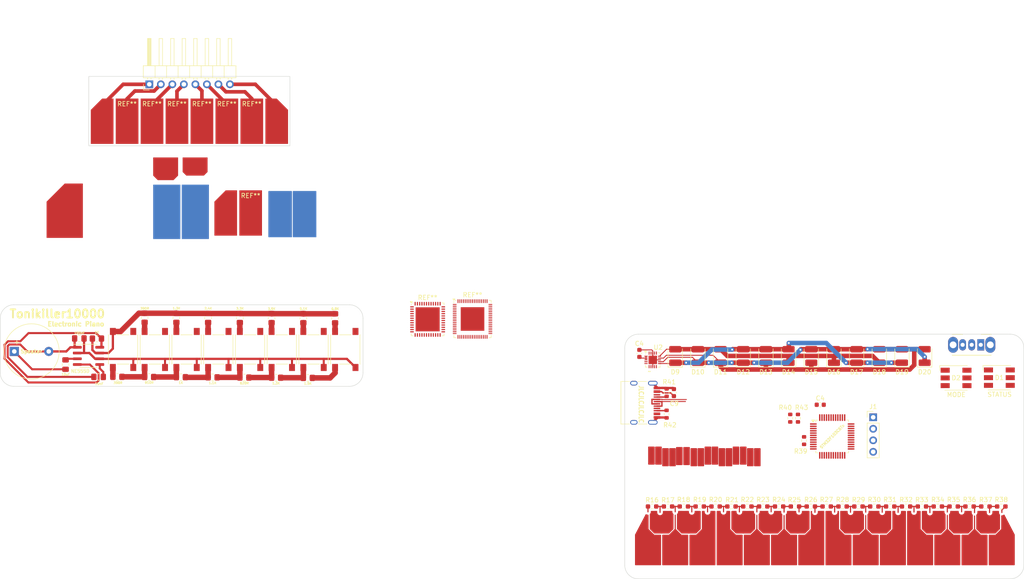
<source format=kicad_pcb>
(kicad_pcb (version 20240108) (generator "pcbnew") (generator_version "8.0")
  (layers (0 "F.Cu" signal) (31 "B.Cu" signal) (34 "B.Paste" user) (35 "F.Paste" user) (36 "B.SilkS" user "B.Silkscreen") (37 "F.SilkS" user "F.Silkscreen") (38 "B.Mask" user) (39 "F.Mask" user) (44 "Edge.Cuts" user))
  (net 0 "")
  (net 1 "Net-(U1-DIS)")
  (net 2 "Earth")
  (net 3 "Net-(U1-THR)")
  (net 4 "Net-(U1-Q)")
  (net 5 "VCC")
  (net 6 "Net-(U1-CV)")
  (net 7 "Net-(R2-Pad1)")
  (net 8 "Net-(R4-Pad1)")
  (net 9 "Net-(R6-Pad1)")
  (net 10 "Net-(R10-Pad2)")
  (net 11 "Net-(R10-Pad1)")
  (net 12 "Net-(R12-Pad1)")
  (net 13 "Net-(R14-Pad1)")
  (net 14 "Net-(C3-Pad2)")
  (net 15 "Net-(R16-Pad1)")
  (net 16 "+5V")
  (net 17 "Net-(R18-Pad1)")
  (net 18 "Net-(R20-Pad1)")
  (net 19 "Net-(R22-Pad1)")
  (net 20 "Net-(R24-Pad1)")
  (net 21 "Net-(R26-Pad1)")
  (net 22 "Net-(R28-Pad1)")
  (net 23 "Net-(R30-Pad1)")
  (net 24 "Net-(R32-Pad1)")
  (net 25 "Net-(R19-Pad1)")
  (net 26 "Net-(R23-Pad1)")
  (net 27 "Net-(R27-Pad1)")
  (net 28 "Net-(R31-Pad1)")
  (net 29 "Net-(R34-Pad1)")
  (net 30 "Net-(R35-Pad1)")
  (net 31 "Net-(R36-Pad1)")
  (net 32 "VBUS")
  (net 33 "GND")
  (net 34 "Net-(U3-NRST)")
  (net 35 "+3.3V")
  (net 36 "Net-(J3-CC1)")
  (net 37 "Net-(J3-CC2)")
  (net 44 "USB_D+")
  (net 58 "USB_D-")
  (net 61 "SWCLK")
  (net 63 "Net-(SW9-B)")
  (net 67 "SWDIO")
  (net 75 "NOTE")
  (net 76 "Net-(D1-BA)")
  (net 77 "Net-(D1-RK)")
  (net 78 "Net-(D1-GK)")
  (net 79 "Net-(D1-BK)")
  (net 80 "LED4A")
  (net 81 "LEDA1")
  (net 82 "LEDA2")
  (net 83 "LED3A")
  (net 84 "Net-(R17-Pad2)")
  (net 85 "Net-(R21-Pad2)")
  (net 86 "Net-(R25-Pad2)")
  (net 87 "Net-(R29-Pad2)")
  (net 88 "Net-(R33-Pad2)")
  (net 89 "Net-(R37-Pad2)")
  (net 94 "SCL")
  (net 95 "SDA")
  (footprint "Connector_PinHeader_2.54mm:PinHeader_1x08_P2.54mm_Horizontal" (layer "F.Cu") (at 45.9 29.1 90)
    (property "Reference" "REF**" (hide yes))
    (property "Value" "PinHeader_1x08_P2.54mm_Horizontal")
  )
  (footprint "Resistor_SMD:R_0603_1608Metric_Pad0.98x0.95mm_HandSolder" (layer "F.Cu") (at 181.275 122.275 180)
    (property "Reference" "R23")
    (property "Value" "R")
  )
  (footprint "Resistor_SMD:R_0805_2012Metric_Pad1.20x1.40mm_HandSolder" (layer "F.Cu") (at 65.86625 80.6875 90)
    (property "Reference" "R9" (hide yes))
    (property "Value" "3.3K")
  )
  (footprint "Resistor_SMD:R_0603_1608Metric_Pad0.98x0.95mm_HandSolder" (layer "F.Cu") (at 226.775 122.275 180)
    (property "Reference" "R36")
    (property "Value" "R")
  )
  (footprint "Capacitor_SMD:C_0805_2012Metric_Pad1.18x1.45mm_HandSolder" (layer "F.Cu") (at 27.43125 90.9625 -90)
    (property "Reference" "C3" (hide yes))
    (property "Value" "10uF")
  )
  (footprint "Resistor_SMD:R_0805_2012Metric_Pad1.20x1.40mm_HandSolder" (layer "F.Cu") (at 34.35125 85.2125 180)
    (property "Reference" "R1" (hide yes))
    (property "Value" "1K")
  )
  (footprint "Connector_Wire:SolderWirePad_1x01_SMD_5x10mm" (layer "F.Cu") (at 68.5 37.25)
    (property "Reference" "REF**")
    (property "Value" "SolderWirePad_1x01_SMD_5x10mm")
  )
  (footprint "Resistor_SMD:R_0805_2012Metric_Pad1.20x1.40mm_HandSolder" (layer "F.Cu") (at 72.86625 80.7075 90)
    (property "Reference" "R11" (hide yes))
    (property "Value" "3.9K")
  )
  (footprint "Button_Switch_SMD:SW_Push_1P1T_NO_6x6mm_H9.5mm" (layer "F.Cu") (at 47.11625 87.6225 90)
    (property "Reference" "SW2" (hide yes))
    (property "Value" "SW_Push" (hide yes))
  )
  (footprint "LED_SMD:LED_1210_3225Metric_Pad1.42x2.65mm_HandSolder" (layer "F.Cu") (at 201.875 89.0625 90)
    (property "Reference" "D17")
    (property "Value" "D")
  )
  (footprint "Resistor_SMD:R_0603_1608Metric_Pad0.98x0.95mm_HandSolder" (layer "F.Cu") (at 202.275 122.275)
    (property "Reference" "R29")
    (property "Value" "R")
  )
  (footprint "Resistor_SMD:R_0603_1608Metric_Pad0.98x0.95mm_HandSolder" (layer "F.Cu") (at 184.775 122.275 180)
    (property "Reference" "R24")
    (property "Value" "R")
  )
  (footprint "Capacitor_SMD:C_0603_1608Metric" (layer "F.Cu") (at 153.97033 88.490609 90)
    (property "Reference" "C4")
    (property "Value" "10uF")
  )
  (footprint "LED_SMD:LED_1210_3225Metric_Pad1.42x2.65mm_HandSolder" (layer "F.Cu") (at 206.875 89.0625 90)
    (property "Reference" "D18")
    (property "Value" "D")
  )
  (footprint "" (layer "F.Cu") (at 49.5 47.75 180)
    (property "Reference" "")
    (property "Value" "")
  )
  (footprint "Button_Switch_SMD:SW_Push_1P1T_NO_6x6mm_H9.5mm" (layer "F.Cu") (at 68.11625 87.6225 90)
    (property "Reference" "SW5" (hide yes))
    (property "Value" "SW_Push" (hide yes))
  )
  (footprint "Resistor_SMD:R_0805_2012Metric_Pad1.20x1.40mm_HandSolder" (layer "F.Cu") (at 59.86625 93.7775 180)
    (property "Reference" "R8" (hide yes))
    (property "Value" "1.1K")
  )
  (footprint "Button_Switch_SMD:SW_Push_1P1T_NO_6x6mm_H9.5mm" (layer "F.Cu") (at 82.11625 87.6225 90)
    (property "Reference" "SW7" (hide yes))
    (property "Value" "SW_Push" (hide yes))
  )
  (footprint "" (layer "F.Cu") (at 56 47.25 180)
    (property "Reference" "")
    (property "Value" "")
  )
  (footprint "Connector_Wire:SolderWirePad_1x01_SMD_5x10mm" (layer "F.Cu") (at 57.5 37.25)
    (property "Reference" "REF**")
    (property "Value" "SolderWirePad_1x01_SMD_5x10mm")
  )
  (footprint "Package_DFN_QFN:QFN-48-1EP_7x7mm_P0.5mm_EP5.3x5.3mm" (layer "F.Cu") (at 107.275 80.975)
    (property "Reference" "REF**")
    (property "Value" "QFN-48-1EP_7x7mm_P0.5mm_EP5.3x5.3mm")
  )
  (footprint "LED_SMD:LED_RGB_5050-6" (layer "F.Cu") (at 233.35 93.85)
    (property "Reference" "D1")
    (property "Value" "STATUS")
  )
  (footprint "Resistor_SMD:R_0603_1608Metric" (layer "F.Cu") (at 190.2875 107.7375 -90)
    (property "Reference" "R39")
    (property "Value" "10K")
  )
  (footprint "Capacitor_SMD:C_0603_1608Metric" (layer "F.Cu") (at 193.85 99.825)
    (property "Reference" "C4")
    (property "Value" "10uF")
  )
  (footprint "Button_Switch_THT:SW_CuK_OS102011MA1QN1_SPDT_Angled" (layer "F.Cu") (at 229.25 86.6 180)
    (property "Reference" "SW1" (hide yes))
    (property "Value" "SW_Push" (hide yes))
  )
  (footprint "Resistor_SMD:R_0603_1608Metric_Pad0.98x0.95mm_HandSolder" (layer "F.Cu") (at 177.775 122.275 180)
    (property "Reference" "R22")
    (property "Value" "R")
  )
  (footprint "LED_SMD:LED_1210_3225Metric_Pad1.42x2.65mm_HandSolder" (layer "F.Cu") (at 181.875 89.0625 90)
    (property "Reference" "D13")
    (property "Value" "D")
  )
  (footprint "LED_SMD:LED_1210_3225Metric_Pad1.42x2.65mm_HandSolder" (layer "F.Cu") (at 176.875 89.0625 90)
    (property "Reference" "D12")
    (property "Value" "D")
  )
  (footprint "Connector_Wire:SolderWirePad_1x01_SMD_5x10mm" (layer "F.Cu") (at 41 37.25)
    (property "Reference" "REF**")
    (property "Value" "SolderWirePad_1x01_SMD_5x10mm")
  )
  (footprint "Resistor_SMD:R_0603_1608Metric_Pad0.98x0.95mm_HandSolder" (layer "F.Cu") (at 219.775 122.275 180)
    (property "Reference" "R34")
    (property "Value" "R")
  )
  (footprint "Buzzer_Beeper:Buzzer_12x9.5RM7.6" (layer "F.Cu") (at 16.12625 88.0575)
    (property "Reference" "LS1" (hide yes))
    (property "Value" "Speaker")
  )
  (footprint "Resistor_SMD:R_0805_2012Metric_Pad1.20x1.40mm_HandSolder" (layer "F.Cu") (at 86.86625 80.7475 90)
    (property "Reference" "R15" (hide yes))
    (property "Value" "6.8K")
  )
  (footprint "Button_Switch_SMD:SW_Push_1P1T_NO_6x6mm_H9.5mm" (layer "F.Cu") (at 75.11625 87.6225 90)
    (property "Reference" "SW6" (hide yes))
    (property "Value" "SW_Push" (hide yes))
  )
  (footprint "Resistor_SMD:R_0805_2012Metric_Pad1.20x1.40mm_HandSolder" (layer "F.Cu") (at 80.86625 93.8975 180)
    (property "Reference" "R14" (hide yes))
    (property "Value" "1.5K")
  )
  (footprint "Resistor_SMD:R_0603_1608Metric_Pad0.98x0.95mm_HandSolder" (layer "F.Cu") (at 170.775 122.275 180)
    (property "Reference" "R20")
    (property "Value" "R")
  )
  (footprint "Resistor_SMD:R_0603_1608Metric_Pad0.98x0.95mm_HandSolder" (layer "F.Cu") (at 160.275 122.275)
    (property "Reference" "R17")
    (property "Value" "R")
  )
  (footprint "Resistor_SMD:R_0603_1608Metric_Pad0.98x0.95mm_HandSolder" (layer "F.Cu") (at 174.275 122.275)
    (property "Reference" "R21")
    (property "Value" "R")
  )
  (footprint "Resistor_SMD:R_0805_2012Metric_Pad1.20x1.40mm_HandSolder" (layer "F.Cu") (at 79.86625 80.7275 90)
    (property "Reference" "R13" (hide yes))
    (property "Value" "5.1K")
  )
  (footprint "Capacitor_SMD:C_0603_1608Metric" (layer "F.Cu") (at 161.58 97.14 90)
    (property "Reference" "C9")
    (property "Value" "10uF")
  )
  (footprint "Resistor_SMD:R_0805_2012Metric_Pad1.20x1.40mm_HandSolder" (layer "F.Cu") (at 58.86625 80.6675 90)
    (property "Reference" "R7" (hide yes))
    (property "Value" "2.4K")
  )
  (footprint "Resistor_SMD:R_0603_1608Metric" (layer "F.Cu") (at 188.9375 102.7875 90)
    (property "Reference" "R43")
    (property "Value" "10K")
  )
  (footprint "Resistor_SMD:R_0603_1608Metric_Pad0.98x0.95mm_HandSolder" (layer "F.Cu") (at 233.775 122.275 180)
    (property "Reference" "R38")
    (property "Value" "R")
  )
  (footprint "Resistor_SMD:R_0603_1608Metric_Pad0.98x0.95mm_HandSolder" (layer "F.Cu") (at 205.775 122.275 180)
    (property "Reference" "R30")
    (property "Value" "R")
  )
  (footprint "Resistor_SMD:R_0805_2012Metric_Pad1.20x1.40mm_HandSolder" (layer "F.Cu") (at 66.86625 93.8175 180)
    (property "Reference" "R10" (hide yes))
    (property "Value" "620R")
  )
  (footprint "LED_SMD:LED_1210_3225Metric_Pad1.42x2.65mm_HandSolder" (layer "F.Cu") (at 161.875 89.0625 90)
    (property "Reference" "D9")
    (property "Value" "D")
  )
  (footprint "Resistor_SMD:R_0805_2012Metric_Pad1.20x1.40mm_HandSolder" (layer "F.Cu") (at 44.86625 80.6275 90)
    (property "Reference" "R3" (hide yes))
    (property "Value" "390R")
  )
  (footprint "Resistor_SMD:R_0603_1608Metric_Pad0.98x0.95mm_HandSolder" (layer "F.Cu") (at 212.775 122.275 180)
    (property "Reference" "R32")
    (property "Value" "R")
  )
  (footprint "Resistor_SMD:R_0603_1608Metric" (layer "F.Cu") (at 187.2375 102.7875 90)
    (property "Reference" "R40")
    (property "Value" "10K")
  )
  (footprint "Resistor_SMD:R_0805_2012Metric_Pad1.20x1.40mm_HandSolder" (layer "F.Cu") (at 45.86625 93.6975 180)
    (property "Reference" "R4" (hide yes))
    (property "Value" "910R")
  )
  (footprint "Button_Switch_SMD:SW_Push_1P1T_NO_6x6mm_H9.5mm" (layer "F.Cu") (at 89.11625 87.6225 90)
    (property "Reference" "SW8" (hide yes))
    (property "Value" "SW_Push" (hide yes))
  )
  (footprint "LED_SMD:LED_1210_3225Metric_Pad1.42x2.65mm_HandSolder" (layer "F.Cu") (at 211.875 89.0625 90)
    (property "Reference" "D19")
    (property "Value" "D")
  )
  (footprint "LED_SMD:LED_1210_3225Metric_Pad1.42x2.65mm_HandSolder" (layer "F.Cu") (at 166.875 89.0625 90)
    (property "Reference" "D10")
    (property "Value" "D")
  )
  (footprint "Resistor_SMD:R_0603_1608Metric" (layer "F.Cu") (at 159.97 101.89 -90)
    (property "Reference" "R42")
    (property "Value" "5K1")
  )
  (footprint "LED_SMD:LED_1210_3225Metric_Pad1.42x2.65mm_HandSolder" (layer "F.Cu") (at 171.875 89.0625 90)
    (property "Reference" "D11")
    (property "Value" "D")
  )
  (footprint "" (layer "F.Cu") (at 35.5 37.25)
    (property "Reference" "")
    (property "Value" "")
  )
  (footprint "Resistor_SMD:R_0603_1608Metric_Pad0.98x0.95mm_HandSolder" (layer "F.Cu") (at 223.275 122.275 180)
    (property "Reference" "R35")
    (property "Value" "R")
  )
  (footprint "Connector_PinHeader_2.54mm:PinHeader_1x04_P2.54mm_Vertical" (layer "F.Cu") (at 205.525 102.595)
    (property "Reference" "J1")
    (property "Value" "STLINK")
  )
  (footprint "LED_SMD:LED_1210_3225Metric_Pad1.42x2.65mm_HandSolder" (layer "F.Cu") (at 191.875 89.0625 90)
    (property "Reference" "D15")
    (property "Value" "D")
  )
  (footprint "Resistor_SMD:R_0603_1608Metric_Pad0.98x0.95mm_HandSolder" (layer "F.Cu") (at 209.275 122.275 180)
    (property "Reference" "R31")
    (property "Value" "R")
  )
  (footprint "Capacitor_SMD:C_0805_2012Metric_Pad1.18x1.45mm_HandSolder" (layer "F.Cu") (at 34.71625 93.6775)
    (property "Reference" "C1" (hide yes))
    (property "Value" "10nF")
  )
  (footprint "Connector_Wire:SolderWirePad_1x01_SMD_5x10mm" (layer "F.Cu") (at 62.75 57.5)
    (property "Reference" "REF**" (hide yes))
    (property "Value" "SolderWirePad_1x01_SMD_5x10mm")
  )
  (footprint "LED_SMD:LED_RGB_5050-6" (layer "F.Cu") (at 223.8 93.9)
    (property "Reference" "D2")
    (property "Value" "MODE")
  )
  (footprint "Connector_USB:USB_C_Receptacle_HRO_TYPE-C-31-M-12" (layer "F.Cu") (at 153.8 99.38 -90)
    (property "Reference" "J2" (hide yes))
    (property "Value" "USB_C_USB2.0")
  )
  (footprint "Resistor_SMD:R_0603_1608Metric_Pad0.98x0.95mm_HandSolder" (layer "F.Cu") (at 195.275 122.275 180)
    (property "Reference" "R27")
    (property "Value" "R")
  )
  (footprint "Capacitor_SMD:C_0805_2012Metric_Pad1.18x1.45mm_HandSolder" (layer "F.Cu") (at 30.47125 85.1925 180)
    (property "Reference" "C2" (hide yes))
    (property "Value" "100nF")
  )
  (footprint "Resistor_SMD:R_0805_2012Metric_Pad1.20x1.40mm_HandSolder" (layer "F.Cu") (at 52.86625 93.7375 180)
    (property "Reference" "R6" (hide yes))
    (property "Value" "1K")
  )
  (footprint "Resistor_SMD:R_0603_1608Metric_Pad0.98x0.95mm_HandSolder" (layer "F.Cu") (at 191.775 122.275 180)
    (property "Reference" "R26")
    (property "Value" "R")
  )
  (footprint "LED_SMD:LED_1210_3225Metric_Pad1.42x2.65mm_HandSolder" (layer "F.Cu") (at 186.875 89.0625 90)
    (property "Reference" "D14")
    (property "Value" "D")
  )
  (footprint "Resistor_SMD:R_0603_1608Metric_Pad0.98x0.95mm_HandSolder" (layer "F.Cu") (at 163.775 122.275 180)
    (property "Reference" "R18")
    (property "Value" "R")
  )
  (footprint "Resistor_SMD:R_0805_2012Metric_Pad1.20x1.40mm_HandSolder" (layer "F.Cu") (at 73.86625 93.8575 180)
    (property "Reference" "R12" (hide yes))
    (property "Value" "1.3K")
  )
  (footprint "Resistor_SMD:R_0603_1608Metric_Pad0.98x0.95mm_HandSolder" (layer "F.Cu") (at 216.275 122.275)
    (property "Reference" "R33")
    (property "Value" "R")
  )
  (footprint "Connector_Wire:SolderWirePad_1x01_SMD_5x10mm" (layer "F.Cu") (at 52 37.25)
    (property "Reference" "REF**")
    (property "Value" "SolderWirePad_1x01_SMD_5x10mm")
  )
  (footprint "Resistor_SMD:R_0603_1608Metric_Pad0.98x0.95mm_HandSolder" (layer "F.Cu") (at 156.775 122.275 180)
    (property "Reference" "R16")
    (property "Value" "R")
  )
  (footprint "Package_QFP:LQFP-48_7x7mm_P0.5mm" (layer "F.Cu") (at 196.4875 106.825)
    (property "Reference" "U3" (hide yes))
    (property "Value" "STM32F103C6Tx")
  )
  (footprint "Connector_Wire:SolderWirePad_1x01_SMD_5x10mm" (layer "F.Cu") (at 63 37.25)
    (property "Reference" "REF**")
    (property "Value" "SolderWirePad_1x01_SMD_5x10mm")
  )
  (footprint "Resistor_SMD:R_0603_1608Metric_Pad0.98x0.95mm_HandSolder" (layer "F.Cu") (at 198.775 122.275 180)
    (property "Reference" "R28")
    (property "Value" "R")
  )
  (footprint "LED_SMD:LED_1210_3225Metric_Pad1.42x2.65mm_HandSolder" (layer "F.Cu") (at 216.875 89.0625 90)
    (property "Reference" "D20")
    (property "Value" "D")
  )
  (footprint "Button_Switch_SMD:SW_Push_1P1T_NO_6x6mm_H9.5mm" (layer "F.Cu") (at 40.11625 87.6225 90)
    (property "Reference" "SW1" (hide yes))
    (property "Value" "SW_Push" (hide yes))
  )
  (footprint "Resistor_SMD:R_0805_2012Metric_Pad1.20x1.40mm_HandSolder" (layer "F.Cu") (at 38.86625 93.6575 180)
    (property "Reference" "R2" (hide yes))
    (property "Value" "390R")
  )
  (footprint "Resistor_SMD:R_0603_1608Metric" (layer "F.Cu") (at 159.98 97.14 90)
    (property "Reference" "R41")
    (property "Value" "5K1")
  )
  (footprint "Button_Switch_SMD:SW_Push_1P1T_NO_6x6mm_H9.5mm" (layer "F.Cu") (at 61.11625 87.6225 90)
    (property "Reference" "SW4" (hide yes))
    (property "Value" "SW_Push" (hide yes))
  )
  (footprint "Resistor_SMD:R_0805_2012Metric_Pad1.20x1.40mm_HandSolder" (layer "F.Cu") (at 51.86625 80.6475 90)
    (property "Reference" "R5" (hide yes))
    (property "Value" "1.3K")
  )
  (footprint "Resistor_SMD:R_0603_1608Metric_Pad0.98x0.95mm_HandSolder" (layer "F.Cu") (at 188.275 122.275)
    (property "Reference" "R25")
    (property "Value" "R")
  )
  (footprint "Package_DFN_QFN:QFN-68-1EP_8x8mm_P0.4mm_EP5.2x5.2mm" (layer "F.Cu") (at 117.175 80.9)
    (property "Reference" "REF**")
    (property "Value" "QFN-68-1EP_8x8mm_P0.4mm_EP5.2x5.2mm")
  )
  (footprint "Connector_Wire:SolderWirePad_1x01_SMD_5x10mm" (layer "F.Cu") (at 68.25 57.5)
    (property "Reference" "REF**")
    (property "Value" "SolderWirePad_1x01_SMD_5x10mm")
  )
  (footprint "Connector_Wire:SolderWirePad_1x01_SMD_5x10mm" (layer "F.Cu") (at 46.5 37.25)
    (property "Reference" "REF**")
    (property "Value" "SolderWirePad_1x01_SMD_5x10mm")
  )
  (footprint "Package_SO:SOIC-8_3.9x4.9mm_P1.27mm" (layer "F.Cu") (at 32.50125 89.0425)
    (property "Reference" "U1" (hide yes))
    (property "Value" "NE555D")
  )
  (footprint "Resistor_SMD:R_0603_1608Metric_Pad0.98x0.95mm_HandSolder" (layer "F.Cu") (at 167.275 122.275 180)
    (property "Reference" "R19")
    (property "Value" "R")
  )
  (footprint "Button_Switch_SMD:SW_Push_1P1T_NO_6x6mm_H9.5mm" (layer "F.Cu") (at 54.11625 87.6225 90)
    (property "Reference" "SW3" (hide yes))
    (property "Value" "SW_Push" (hide yes))
  )
  (footprint "Package_DFN_QFN:UQFN-20-1EP_3x3mm_P0.4mm_EP1.85x1.85mm" (layer "F.Cu") (at 156.9225 89.9225)
    (property "Reference" "U2")
    (property "Value" "~")
  )
  (footprint "" (layer "F.Cu") (at 27.25 57)
    (property "Reference" "")
    (property "Value" "")
  )
  (footprint "" (layer "F.Cu") (at 56.05 57.25)
    (property "Reference" "")
    (property "Value" "")
  )
  (footprint "Resistor_SMD:R_0603_1608Metric_Pad0.98x0.95mm_HandSolder" (layer "F.Cu") (at 230.275 122.275)
    (property "Reference" "R37")
    (property "Value" "R")
  )
  (footprint "LED_SMD:LED_1210_3225Metric_Pad1.42x2.65mm_HandSolder" (layer "F.Cu") (at 196.875 89.0625 90)
    (property "Reference" "D16")
    (property "Value" "D")
  )
  (footprint "" (layer "B.Cu") (at 74 37.25 180)
    (property "Reference" "")
    (property "Value" "")
  )
  (footprint "" (layer "B.Cu") (at 49.75 57.25 180)
    (property "Reference" "")
    (property "Value" "")
  )
  (gr_poly (pts (xy 72.25 52.75) (xy 77.25 52.75) (xy 77.25 62.75) (xy 72.25 62.75)) (stroke (width 0.2)) (fill solid) (layer "B.Cu"))
  (gr_poly (pts (xy 77.63 52.75) (xy 82.63 52.75) (xy 82.63 62.75) (xy 77.63 62.75)) (stroke (width 0.2)) (fill solid) (layer "B.Cu"))
  (gr_line (start 238.75 87.25) (end 238.75 135.25) (stroke (width 0.1)) (layer "Edge.Cuts"))
  (gr_arc (start 90.02625 77.7575) (mid 92.14757 78.63618) (end 93.02625 80.7575) (stroke (width 0.1)) (layer "Edge.Cuts"))
  (gr_arc (start 235.75 84.25) (mid 237.87132 85.12868) (end 238.75 87.25) (stroke (width 0.1)) (layer "Edge.Cuts"))
  (gr_rect (start 32.56 27.36) (end 76.91 42.68) (stroke (width 0.1)) (fill none) (layer "Edge.Cuts"))
  (gr_arc (start 238.75 135.25) (mid 237.87132 137.37132) (end 235.75 138.25) (stroke (width 0.1)) (layer "Edge.Cuts"))
  (gr_line (start 90.02625 95.7575) (end 16.02625 95.7575) (stroke (width 0.1)) (layer "Edge.Cuts"))
  (gr_line (start 150.75 135.25) (end 150.75 87.25) (stroke (width 0.1)) (layer "Edge.Cuts"))
  (gr_line (start 153.75 84.25) (end 235.75 84.25) (stroke (width 0.1)) (layer "Edge.Cuts"))
  (gr_line (start 93.02625 80.7575) (end 93.02625 92.7575) (stroke (width 0.1)) (layer "Edge.Cuts"))
  (gr_arc (start 150.75 87.25) (mid 151.62868 85.12868) (end 153.75 84.25) (stroke (width 0.1)) (layer "Edge.Cuts"))
  (gr_line (start 235.75 138.25) (end 153.75 138.25) (stroke (width 0.1)) (layer "Edge.Cuts"))
  (gr_arc (start 93.02625 92.7575) (mid 92.14757 94.87882) (end 90.02625 95.7575) (stroke (width 0.1)) (layer "Edge.Cuts"))
  (gr_line (start 16.02625 77.7575) (end 90.02625 77.7575) (stroke (width 0.1)) (layer "Edge.Cuts"))
  (gr_arc (start 16.02625 95.7575) (mid 13.90493 94.87882) (end 13.02625 92.7575) (stroke (width 0.1)) (layer "Edge.Cuts"))
  (gr_line (start 13.02625 92.7575) (end 13.02625 80.7575) (stroke (width 0.1)) (layer "Edge.Cuts"))
  (gr_arc (start 153.75 138.25) (mid 151.62868 137.37132) (end 150.75 135.25) (stroke (width 0.1)) (layer "Edge.Cuts"))
  (gr_arc (start 13.02625 80.7575) (mid 13.90493 78.63618) (end 16.02625 77.7575) (stroke (width 0.1)) (layer "Edge.Cuts"))
  (gr_text "Electronic Piano" (at 23.33625 82.6075 0) (layer "F.SilkS") (effects (font (size 1 1) (thickness 0.25) (bold yes)) (justify left bottom)))
  (gr_text " JLCJLCJLCJLC" (at 154.36 99.38 -90) (layer "F.SilkS") (effects (font (size 1 0.8) (thickness 0.2))))
  (gr_text "Tonikiller10000" (at 14.88625 80.8175 0) (layer "F.SilkS") (effects (font (size 1.8 1.8) (thickness 0.4) (bold yes)) (justify left bottom)))
  (segment (start 63.68 29.1) (end 69.28 29.1) (width 0.8) (layer "F.Cu") (net 0))
  (segment (start 62.8 30.76) (end 66.99 30.76) (width 0.8) (layer "F.Cu") (net 0))
  (segment (start 45.9 29.1) (end 40.14 29.1) (width 0.8) (layer "F.Cu") (net 0))
  (segment (start 56.06 29.1) (end 57.5 30.54) (width 0.8) (layer "F.Cu") (net 0))
  (segment (start 156.75 98.63) (end 157.845 98.63) (width 0.3) (layer "F.Cu") (net 0))
  (segment (start 58.6 29.1) (end 63 33.5) (width 0.8) (layer "F.Cu") (net 0))
  (segment (start 50.98 29.1) (end 46.5 33.58) (width 0.8) (layer "F.Cu") (net 0))
  (segment (start 158.932501 98.63) (end 157.845 98.63) (width 0.2) (layer "F.Cu") (net 0))
  (segment (start 68.5 32.27) (end 68.5 37.25) (width 0.8) (layer "F.Cu") (net 0))
  (segment (start 41 32.3) (end 41 37.25) (width 0.8) (layer "F.Cu") (net 0))
  (segment (start 53.52 29.1) (end 52 30.62) (width 0.8) (layer "F.Cu") (net 0))
  (segment (start 164.34482 98.665) (end 158.967501 98.665) (width 0.2) (layer "F.Cu") (net 0))
  (segment (start 61.14 29.1) (end 62.8 30.76) (width 0.8) (layer "F.Cu") (net 0))
  (segment (start 46.5 33.58) (end 46.5 37.25) (width 0.8) (layer "F.Cu") (net 0))
  (segment (start 63 33.5) (end 63 37.25) (width 0.8) (layer "F.Cu") (net 0))
  (segment (start 157.845 99.63) (end 156.75 99.63) (width 0.3) (layer "F.Cu") (net 0))
  (segment (start 57.5 30.54) (end 57.5 37.25) (width 0.8) (layer "F.Cu") (net 0))
  (segment (start 158.94 99.13) (end 158.94 100.13) (width 0.3) (layer "F.Cu") (net 0))
  (segment (start 48.44 29.1) (end 46.96 30.58) (width 0.8) (layer "F.Cu") (net 0))
  (segment (start 66.99 30.76) (end 68.5 32.27) (width 0.8) (layer "F.Cu") (net 0))
  (segment (start 69.28 29.1) (end 74 33.82) (width 0.8) (layer "F.Cu") (net 0))
  (segment (start 156.75 99.63) (end 156.75 98.63) (width 0.3) (layer "F.Cu") (net 0))
  (segment (start 158.94 100.13) (end 157.845 100.13) (width 0.3) (layer "F.Cu") (net 0))
  (segment (start 35.5 33.74) (end 35.5 37.25) (width 0.8) (layer "F.Cu") (net 0))
  (segment (start 158.932501 99.13) (end 157.845 99.13) (width 0.2) (layer "F.Cu") (net 0))
  (segment (start 46.96 30.58) (end 42.72 30.58) (width 0.8) (layer "F.Cu") (net 0))
  (segment (start 42.72 30.58) (end 41 32.3) (width 0.8) (layer "F.Cu") (net 0))
  (segment (start 52 30.62) (end 52 37.25) (width 0.8) (layer "F.Cu") (net 0))
  (segment (start 158.967501 98.665) (end 158.932501 98.63) (width 0.2) (layer "F.Cu") (net 0))
  (segment (start 158.957501 99.105) (end 158.932501 99.13) (width 0.2) (layer "F.Cu") (net 0))
  (segment (start 157.845 99.13) (end 158.94 99.13) (width 0.3) (layer "F.Cu") (net 0))
  (segment (start 40.14 29.1) (end 35.5 33.74) (width 0.8) (layer "F.Cu") (net 0))
  (segment (start 74 33.82) (end 74 37.25) (width 0.8) (layer "F.Cu") (net 0))
  (segment (start 164.148426 99.105) (end 158.957501 99.105) (width 0.2) (layer "F.Cu") (net 0))
  (segment (start 65.88625 79.7075) (end 65.86625 79.6875) (width 1.2) (layer "F.Cu") (net 1))
  (segment (start 43.60625 79.6275) (end 39.58625 83.6475) (width 1.2) (layer "F.Cu") (net 1))
  (segment (start 39.58625 83.6475) (end 37.86625 83.6475) (width 1.2) (layer "F.Cu") (net 1))
  (segment (start 51.84625 79.6275) (end 44.86625 79.6275) (width 1.2) (layer "F.Cu") (net 1))
  (segment (start 79.88625 79.7475) (end 79.86625 79.7275) (width 1.2) (layer "F.Cu") (net 1))
  (segment (start 79.86625 79.7275) (end 72.88625 79.7275) (width 1.2) (layer "F.Cu") (net 1))
  (segment (start 51.88625 79.6675) (end 51.86625 79.6475) (width 1.2) (layer "F.Cu") (net 1))
  (segment (start 44.86625 79.6275) (end 43.60625 79.6275) (width 1.2) (layer "F.Cu") (net 1))
  (segment (start 86.86625 79.7475) (end 79.88625 79.7475) (width 1.2) (layer "F.Cu") (net 1))
  (segment (start 33.35125 87.7325) (end 34.02625 88.4075) (width 0.5) (layer "F.Cu") (net 1))
  (segment (start 33.35125 85.2125) (end 33.35125 87.7325) (width 0.5) (layer "F.Cu") (net 1))
  (segment (start 72.86625 79.7075) (end 65.88625 79.7075) (width 1.2) (layer "F.Cu") (net 1))
  (segment (start 37.86625 93.6575) (end 37.86625 91.5975) (width 1.2) (layer "F.Cu") (net 1))
  (segment (start 37.86625 87.4375) (end 37.86625 83.6475) (width 0.5) (layer "F.Cu") (net 1))
  (segment (start 58.88625 79.6875) (end 58.86625 79.6675) (width 1.2) (layer "F.Cu") (net 1))
  (segment (start 36.89625 88.4075) (end 37.86625 87.4375) (width 0.5) (layer "F.Cu") (net 1))
  (segment (start 65.86625 79.6875) (end 58.88625 79.6875) (width 1.2) (layer "F.Cu") (net 1))
  (segment (start 34.02625 88.4075) (end 34.97625 88.4075) (width 0.5) (layer "F.Cu") (net 1))
  (segment (start 51.86625 79.6475) (end 51.84625 79.6275) (width 1.2) (layer "F.Cu") (net 1))
  (segment (start 34.97625 88.4075) (end 36.89625 88.4075) (width 0.5) (layer "F.Cu") (net 1))
  (segment (start 72.88625 79.7275) (end 72.86625 79.7075) (width 1.2) (layer "F.Cu") (net 1))
  (segment (start 58.86625 79.6675) (end 51.88625 79.6675) (width 1.2) (layer "F.Cu") (net 1))
  (segment (start 33.67875 93.6775) (end 19.02625 93.6775) (width 0.45) (layer "F.Cu") (net 2))
  (segment (start 27.59625 88.0575) (end 23.72625 88.0575) (width 0.5) (layer "F.Cu") (net 2))
  (segment (start 15.02625 86.5275) (end 17.44625 86.5275) (width 0.45) (layer "F.Cu") (net 2))
  (segment (start 18.97625 88.0575) (end 23.72625 88.0575) (width 0.45) (layer "F.Cu") (net 2))
  (segment (start 19.02625 93.6775) (end 14.67625 89.3275) (width 0.45) (layer "F.Cu") (net 2))
  (segment (start 14.67625 89.3275) (end 14.67625 86.8775) (width 0.45) (layer "F.Cu") (net 2))
  (segment (start 17.44625 86.5275) (end 18.97625 88.0575) (width 0.45) (layer "F.Cu") (net 2))
  (segment (start 14.67625 86.8775) (end 15.02625 86.5275) (width 0.45) (layer "F.Cu") (net 2))
  (segment (start 28.51625 87.1375) (end 27.59625 88.0575) (width 0.5) (layer "F.Cu") (net 2))
  (segment (start 29.43375 85.1925) (end 29.43375 87.1375) (width 0.5) (layer "F.Cu") (net 2))
  (segment (start 29.43375 87.1375) (end 30.02625 87.1375) (width 0.5) (layer "F.Cu") (net 2))
  (segment (start 30.02625 87.1375) (end 28.51625 87.1375) (width 0.5) (layer "F.Cu") (net 2))
  (segment (start 49.36625 91.5975) (end 49.36625 89.6975) (width 0.45) (layer "F.Cu") (net 3))
  (segment (start 63.36625 91.5975) (end 63.36625 89.6975) (width 0.45) (layer "F.Cu") (net 3))
  (segment (start 34.99625 89.6975) (end 34.97625 89.6775) (width 0.5) (layer "F.Cu") (net 3))
  (segment (start 32.67625 88.4075) (end 31.50875 88.4075) (width 0.5) (layer "F.Cu") (net 3))
  (segment (start 56.37625 89.6975) (end 63.36625 89.6975) (width 0.5) (layer "F.Cu") (net 3))
  (segment (start 70.36625 89.6975) (end 77.37625 89.6975) (width 0.5) (layer "F.Cu") (net 3))
  (segment (start 70.36625 91.5975) (end 70.36625 89.6975) (width 0.45) (layer "F.Cu") (net 3))
  (segment (start 77.37625 89.6975) (end 84.36625 89.6975) (width 0.5) (layer "F.Cu") (net 3))
  (segment (start 42.61625 89.6975) (end 34.99625 89.6975) (width 0.5) (layer "F.Cu") (net 3))
  (segment (start 89.46625 89.6975) (end 91.36625 91.5975) (width 0.5) (layer "F.Cu") (net 3))
  (segment (start 34.97625 89.6775) (end 33.94625 89.6775) (width 0.5) (layer "F.Cu") (net 3))
  (segment (start 56.36625 89.7075) (end 56.37625 89.6975) (width 0.45) (layer "F.Cu") (net 3))
  (segment (start 42.36625 89.6975) (end 42.61625 89.6975) (width 0.5) (layer "F.Cu") (net 3))
  (segment (start 31.50875 88.4075) (end 30.02625 88.4075) (width 0.5) (layer "F.Cu") (net 3))
  (segment (start 31.50875 85.1925) (end 31.50875 88.4075) (width 0.5) (layer "F.Cu") (net 3))
  (segment (start 84.36625 91.5975) (end 84.36625 89.6975) (width 0.45) (layer "F.Cu") (net 3))
  (segment (start 49.36625 89.6975) (end 56.37625 89.6975) (width 0.5) (layer "F.Cu") (net 3))
  (segment (start 77.36625 91.5975) (end 77.36625 89.7075) (width 0.45) (layer "F.Cu") (net 3))
  (segment (start 42.36625 91.5975) (end 42.36625 89.6975) (width 0.45) (layer "F.Cu") (net 3))
  (segment (start 77.36625 89.7075) (end 77.37625 89.6975) (width 0.45) (layer "F.Cu") (net 3))
  (segment (start 84.36625 89.6975) (end 89.46625 89.6975) (width 0.5) (layer "F.Cu") (net 3))
  (segment (start 42.61625 89.6975) (end 49.36625 89.6975) (width 0.5) (layer "F.Cu") (net 3))
  (segment (start 63.36625 89.6975) (end 70.36625 89.6975) (width 0.5) (layer "F.Cu") (net 3))
  (segment (start 33.94625 89.6775) (end 32.67625 88.4075) (width 0.5) (layer "F.Cu") (net 3))
  (segment (start 56.36625 91.5975) (end 56.36625 89.7075) (width 0.45) (layer "F.Cu") (net 3))
  (segment (start 27.67875 89.6775) (end 27.43125 89.925) (width 0.45) (layer "F.Cu") (net 4))
  (segment (start 30.02625 89.6775) (end 27.67875 89.6775) (width 0.45) (layer "F.Cu") (net 4))
  (segment (start 13.98625 89.6575) (end 13.98625 86.5775) (width 0.45) (layer "F.Cu") (net 5))
  (segment (start 34.71625 94.4775) (end 34.28625 94.9075) (width 0.45) (layer "F.Cu") (net 5))
  (segment (start 32.79625 90.9475) (end 34.71625 92.8675) (width 0.45) (layer "F.Cu") (net 5))
  (segment (start 19.27625 84.0075) (end 34.14625 84.0075) (width 0.45) (layer "F.Cu") (net 5))
  (segment (start 19.23625 94.9075) (end 13.98625 89.6575) (width 0.45) (layer "F.Cu") (net 5))
  (segment (start 14.74625 85.8175) (end 17.46625 85.8175) (width 0.45) (layer "F.Cu") (net 5))
  (segment (start 34.97625 87.1375) (end 35.35125 87.1375) (width 0.5) (layer "F.Cu") (net 5))
  (segment (start 13.98625 86.5775) (end 14.74625 85.8175) (width 0.45) (layer "F.Cu") (net 5))
  (segment (start 30.02625 90.9475) (end 32.79625 90.9475) (width 0.45) (layer "F.Cu") (net 5))
  (segment (start 17.46625 85.8175) (end 19.27625 84.0075) (width 0.45) (layer "F.Cu") (net 5))
  (segment (start 34.28625 94.9075) (end 19.23625 94.9075) (width 0.45) (layer "F.Cu") (net 5))
  (segment (start 34.71625 92.8675) (end 34.71625 94.4775) (width 0.45) (layer "F.Cu") (net 5))
  (segment (start 35.35125 87.1375) (end 35.35125 85.2125) (width 0.5) (layer "F.Cu") (net 5))
  (segment (start 34.14625 84.0075) (end 35.35125 85.2125) (width 0.45) (layer "F.Cu") (net 5))
  (segment (start 34.97625 91.8175) (end 35.75375 92.595) (width 0.45) (layer "F.Cu") (net 6))
  (segment (start 34.97625 90.9475) (end 34.97625 91.8175) (width 0.45) (layer "F.Cu") (net 6))
  (segment (start 35.75375 92.595) (end 35.75375 93.6775) (width 0.45) (layer "F.Cu") (net 6))
  (segment (start 44.86625 81.6275) (end 44.86625 83.6475) (width 1.2) (layer "F.Cu") (net 7))
  (segment (start 44.82625 93.6575) (end 44.86625 93.6975) (width 1.2) (layer "F.Cu") (net 7))
  (segment (start 39.86625 93.6575) (end 44.82625 93.6575) (width 1.2) (layer "F.Cu") (net 7))
  (segment (start 44.86625 93.6975) (end 44.86625 91.5975) (width 1.2) (layer "F.Cu") (net 7))
  (segment (start 51.86625 81.6475) (end 51.86625 83.6475) (width 1.2) (layer "F.Cu") (net 8))
  (segment (start 46.86625 93.6975) (end 51.82625 93.6975) (width 1.2) (layer "F.Cu") (net 8))
  (segment (start 51.86625 93.7375) (end 51.86625 91.5975) (width 1.2) (layer "F.Cu") (net 8))
  (segment (start 51.82625 93.6975) (end 51.86625 93.7375) (width 1.2) (layer "F.Cu") (net 8))
  (segment (start 58.86625 93.7775) (end 58.86625 91.5975) (width 1.2) (layer "F.Cu") (net 9))
  (segment (start 53.86625 93.7375) (end 53.90625 93.7775) (width 1.2) (layer "F.Cu") (net 9))
  (segment (start 58.86625 81.6675) (end 58.86625 83.6475) (width 1.2) (layer "F.Cu") (net 9))
  (segment (start 53.90625 93.7775) (end 58.86625 93.7775) (width 1.2) (layer "F.Cu") (net 9))
  (segment (start 65.82625 93.7775) (end 65.86625 93.8175) (width 1.2) (layer "F.Cu") (net 10))
  (segment (start 65.86625 81.6875) (end 65.86625 83.6475) (width 1.2) (layer "F.Cu") (net 10))
  (segment (start 65.86625 93.8175) (end 65.86625 91.5975) (width 1.2) (layer "F.Cu") (net 10))
  (segment (start 60.86625 93.7775) (end 65.82625 93.7775) (width 1.2) (layer "F.Cu") (net 10))
  (segment (start 72.86625 81.7075) (end 72.86625 83.6475) (width 1.2) (layer "F.Cu") (net 11))
  (segment (start 72.82625 93.8175) (end 72.86625 93.8575) (width 1.2) (layer "F.Cu") (net 11))
  (segment (start 72.86625 93.8575) (end 72.86625 91.5975) (width 1.2) (layer "F.Cu") (net 11))
  (segment (start 67.86625 93.8175) (end 72.82625 93.8175) (width 1.2) (layer "F.Cu") (net 11))
  (segment (start 79.82625 93.8575) (end 79.86625 93.8975) (width 1.2) (layer "F.Cu") (net 12))
  (segment (start 79.86625 81.7275) (end 79.86625 83.6475) (width 1.2) (layer "F.Cu") (net 12))
  (segment (start 79.86625 93.8975) (end 79.86625 91.5975) (width 1.2) (layer "F.Cu") (net 12))
  (segment (start 74.86625 93.8575) (end 79.82625 93.8575) (width 1.2) (layer "F.Cu") (net 12))
  (segment (start 86.86625 92.7975) (end 86.86625 91.5975) (width 1.2) (layer "F.Cu") (net 13))
  (segment (start 85.76625 93.8975) (end 86.86625 92.7975) (width 1.2) (layer "F.Cu") (net 13))
  (segment (start 86.86625 81.7475) (end 86.86625 83.6475) (width 1.2) (layer "F.Cu") (net 13))
  (segment (start 81.86625 93.8975) (end 85.76625 93.8975) (width 1.2) (layer "F.Cu") (net 13))
  (segment (start 16.12625 88.0575) (end 20.06875 92) (width 0.45) (layer "F.Cu") (net 14))
  (segment (start 20.06875 92) (end 27.43125 92) (width 0.45) (layer "F.Cu") (net 14))
  (segment (start 158.525 122.275) (end 158.525 123.575) (width 0.25) (layer "F.Cu") (net 15))
  (segment (start 157.6875 122.275) (end 158.525 122.275) (width 0.25) (layer "F.Cu") (net 15))
  (segment (start 158.525 122.275) (end 159.3625 122.275) (width 0.25) (layer "F.Cu") (net 15))
  (segment (start 155.435 89.522501) (end 154.227221 89.522501) (width 0.2) (layer "F.Cu") (net 16))
  (segment (start 155.435 89.1225) (end 155.435 89.9225) (width 0.2) (layer "F.Cu") (net 16))
  (segment (start 154.227221 89.522501) (end 153.97033 89.26561) (width 0.2) (layer "F.Cu") (net 16))
  (segment (start 165.525 122.275) (end 166.3625 122.275) (width 0.25) (layer "F.Cu") (net 17))
  (segment (start 164.6875 122.275) (end 165.525 122.275) (width 0.25) (layer "F.Cu") (net 17))
  (segment (start 165.525 122.275) (end 165.525 123.475) (width 0.25) (layer "F.Cu") (net 17))
  (segment (start 172.525 122.275) (end 172.525 123.45) (width 0.25) (layer "F.Cu") (net 18))
  (segment (start 171.6875 122.275) (end 172.525 122.275) (width 0.25) (layer "F.Cu") (net 18))
  (segment (start 172.525 122.275) (end 173.3625 122.275) (width 0.25) (layer "F.Cu") (net 18))
  (segment (start 179.875 122.325) (end 179.875 123.475) (width 0.25) (layer "F.Cu") (net 19))
  (segment (start 178.6875 122.275) (end 180.3625 122.275) (width 0.25) (layer "F.Cu") (net 19))
  (segment (start 180.3625 122.275) (end 179.825 122.275) (width 0.25) (layer "F.Cu") (net 19))
  (segment (start 179.825 122.275) (end 179.875 122.325) (width 0.25) (layer "F.Cu") (net 19))
  (segment (start 185.875 122.4625) (end 185.875 123.525) (width 0.25) (layer "F.Cu") (net 20))
  (segment (start 185.6875 122.275) (end 187.3625 122.275) (width 0.25) (layer "F.Cu") (net 20))
  (segment (start 185.6875 122.275) (end 185.875 122.4625) (width 0.25) (layer "F.Cu") (net 20))
  (segment (start 192.6875 122.275) (end 194.3625 122.275) (width 0.25) (layer "F.Cu") (net 21))
  (segment (start 192.6875 122.275) (end 192.6875 123.5375) (width 0.25) (layer "F.Cu") (net 21))
  (segment (start 192.675 123.55) (end 192.6875 123.5375) (width 0.25) (layer "F.Cu") (net 21))
  (segment (start 200.525 122.275) (end 200.525 123.55) (width 0.25) (layer "F.Cu") (net 22))
  (segment (start 199.6875 122.275) (end 200.525 122.275) (width 0.25) (layer "F.Cu") (net 22))
  (segment (start 200.525 122.275) (end 201.3625 122.275) (width 0.25) (layer "F.Cu") (net 22))
  (segment (start 206.6875 122.275) (end 207.525 122.275) (width 0.25) (layer "F.Cu") (net 23))
  (segment (start 207.525 122.275) (end 208.3625 122.275) (width 0.25) (layer "F.Cu") (net 23))
  (segment (start 207.525 122.275) (end 207.525 123.55) (width 0.25) (layer "F.Cu") (net 23))
  (segment (start 214.525 122.275) (end 214.525 123.5) (width 0.25) (layer "F.Cu") (net 24))
  (segment (start 213.6875 122.275) (end 214.525 122.275) (width 0.25) (layer "F.Cu") (net 24))
  (segment (start 214.525 122.275) (end 215.3625 122.275) (width 0.25) (layer "F.Cu") (net 24))
  (segment (start 169 122.275) (end 169.8625 122.275) (width 0.25) (layer "F.Cu") (net 25))
  (segment (start 169 122.275) (end 169 123.475) (width 0.25) (layer "F.Cu") (net 25))
  (segment (start 168.1875 122.275) (end 169 122.275) (width 0.25) (layer "F.Cu") (net 25))
  (segment (start 183.025 122.275) (end 183.8625 122.275) (width 0.25) (layer "F.Cu") (net 26))
  (segment (start 183.025 122.275) (end 183.025 123.45) (width 0.25) (layer "F.Cu") (net 26))
  (segment (start 182.1875 122.275) (end 183.025 122.275) (width 0.25) (layer "F.Cu") (net 26))
  (segment (start 197.025 122.275) (end 197.025 123.525) (width 0.25) (layer "F.Cu") (net 27))
  (segment (start 196.1875 122.275) (end 197.025 122.275) (width 0.25) (layer "F.Cu") (net 27))
  (segment (start 197.025 122.275) (end 197.8625 122.275) (width 0.25) (layer "F.Cu") (net 27))
  (segment (start 211.025 122.275) (end 211.8625 122.275) (width 0.25) (layer "F.Cu") (net 28))
  (segment (start 210.1875 122.275) (end 211.025 122.275) (width 0.25) (layer "F.Cu") (net 28))
  (segment (start 211.025 122.275) (end 211.025 123.575) (width 0.25) (layer "F.Cu") (net 28))
  (segment (start 221.85 122.275) (end 222.3625 122.275) (width 0.25) (layer "F.Cu") (net 29))
  (segment (start 221.875 122.3) (end 221.875 123.5) (width 0.25) (layer "F.Cu") (net 29))
  (segment (start 221.85 122.275) (end 221.875 122.3) (width 0.25) (layer "F.Cu") (net 29))
  (segment (start 220.6875 122.275) (end 221.85 122.275) (width 0.25) (layer "F.Cu") (net 29))
  (segment (start 225.025 122.275) (end 225.8625 122.275) (width 0.25) (layer "F.Cu") (net 30))
  (segment (start 224.1875 122.275) (end 225.025 122.275) (width 0.25) (layer "F.Cu") (net 30))
  (segment (start 225.025 122.275) (end 225.025 123.45) (width 0.25) (layer "F.Cu") (net 30))
  (segment (start 227.875 122.4625) (end 227.875 123.625) (width 0.25) (layer "F.Cu") (net 31))
  (segment (start 227.6875 122.275) (end 229.3625 122.275) (width 0.25) (layer "F.Cu") (net 31))
  (segment (start 227.6875 122.275) (end 227.875 122.4625) (width 0.25) (layer "F.Cu") (net 31))
  (segment (start 157.845 96.93) (end 158.87 96.93) (width 0.3) (layer "F.Cu") (net 32))
  (segment (start 158.87 96.93) (end 159.155 97.215) (width 0.3) (layer "F.Cu") (net 32))
  (segment (start 160.88 97.215) (end 161.58 97.915) (width 0.3) (layer "F.Cu") (net 32))
  (segment (start 159.155 97.215) (end 160.88 97.215) (width 0.3) (layer "F.Cu") (net 32))
  (segment (start 159.795 96.13) (end 159.98 96.315) (width 0.5) (layer "F.Cu") (net 33))
  (segment (start 155.8625 122.275) (end 155.8625 123.4625) (width 0.25) (layer "F.Cu") (net 33))
  (segment (start 156.9225 87.942602) (end 156.9225 88.435001) (width 0.2) (layer "F.Cu") (net 33))
  (segment (start 158.91 96.13) (end 161.345 96.13) (width 0.5) (layer "F.Cu") (net 33))
  (segment (start 156.695508 87.715609) (end 156.9225 87.942602) (width 0.2) (layer "F.Cu") (net 33))
  (segment (start 153.97033 87.715609) (end 156.695508 87.715609) (width 0.2) (layer "F.Cu") (net 33))
  (segment (start 157.845 102.63) (end 159.885 102.63) (width 0.5) (layer "F.Cu") (net 33))
  (segment (start 157.845 96.13) (end 158.91 96.13) (width 0.5) (layer "F.Cu") (net 33))
  (segment (start 158.41 89.9225) (end 156.9225 89.9225) (width 0.2) (layer "F.Cu") (net 33))
  (segment (start 156.9225 88.435001) (end 156.9225 89.9225) (width 0.25) (layer "F.Cu") (net 33))
  (segment (start 157.845 102.63) (end 157.845 102.785) (width 0.5) (layer "F.Cu") (net 33))
  (segment (start 156.9225 91.41) (end 156.9225 89.9225) (width 0.2) (layer "F.Cu") (net 33))
  (segment (start 159.885 102.63) (end 159.97 102.715) (width 0.5) (layer "F.Cu") (net 33))
  (segment (start 161.345 96.13) (end 161.58 96.365) (width 0.5) (layer "F.Cu") (net 33))
  (segment (start 157.845 95.975) (end 156.93 95.06) (width 0.5) (layer "F.Cu") (net 33))
  (segment (start 157.845 102.785) (end 156.93 103.7) (width 0.5) (layer "F.Cu") (net 33))
  (segment (start 158.91 96.13) (end 159.795 96.13) (width 0.5) (layer "F.Cu") (net 33))
  (segment (start 157.845 96.13) (end 157.845 95.975) (width 0.5) (layer "F.Cu") (net 33))
  (segment (start 157.845 98.13) (end 159.815 98.13) (width 0.3) (layer "F.Cu") (net 36))
  (segment (start 159.815 98.13) (end 159.98 97.965) (width 0.3) (layer "F.Cu") (net 36))
  (segment (start 157.845 101.13) (end 159.905 101.13) (width 0.3) (layer "F.Cu") (net 37))
  (segment (start 159.905 101.13) (end 159.97 101.065) (width 0.3) (layer "F.Cu") (net 37))
  (segment (start 234.6875 122.275) (end 233.9 123.0625) (width 0.25) (layer "F.Cu") (net 75))
  (segment (start 233.9 123.0625) (end 233.9 123.6) (width 0.25) (layer "F.Cu") (net 75))
  (segment (start 159.9575 87.575) (end 161.875 87.575) (width 0.2) (layer "F.Cu") (net 80))
  (segment (start 186.975 89.05) (end 188.475 89.05) (width 1) (layer "F.Cu") (net 80))
  (segment (start 205.375 89.05) (end 206.875 90.55) (width 1) (layer "F.Cu") (net 80))
  (segment (start 171.875 87.575) (end 161.875 87.575) (width 1) (layer "F.Cu") (net 80))
  (segment (start 188.475 89.05) (end 196.975 89.05) (width 1) (layer "F.Cu") (net 80))
  (segment (start 173.35 89.05) (end 171.875 87.575) (width 1) (layer "F.Cu") (net 80))
  (segment (start 196.875 89.15) (end 196.975 89.05) (width 1) (layer "F.Cu") (net 80))
  (segment (start 158.41 89.1225) (end 159.9575 87.575) (width 0.2) (layer "F.Cu") (net 80))
  (segment (start 196.875 90.55) (end 196.875 89.15) (width 1) (layer "F.Cu") (net 80))
  (segment (start 196.975 89.05) (end 205.375 89.05) (width 1) (layer "F.Cu") (net 80))
  (segment (start 188.475 89.05) (end 173.35 89.05) (width 1) (layer "F.Cu") (net 80))
  (segment (start 186.875 90.55) (end 186.875 89.15) (width 1) (layer "F.Cu") (net 80))
  (segment (start 186.875 89.15) (end 186.975 89.05) (width 1) (layer "F.Cu") (net 80))
  (segment (start 201.875 90.55) (end 199.525 90.55) (width 1) (layer "F.Cu") (net 81))
  (segment (start 186.875 87.575) (end 176.875 87.575) (width 1) (layer "F.Cu") (net 81))
  (segment (start 204.275 90.55) (end 201.875 90.55) (width 1) (layer "F.Cu") (net 81))
  (segment (start 174.425 87.65) (end 174.5 87.575) (width 1) (layer "F.Cu") (net 81))
  (segment (start 211.875 90.55) (end 209.525 90.55) (width 1) (layer "F.Cu") (net 81))
  (segment (start 158.41 90.7225) (end 161.7025 90.7225) (width 0.2) (layer "F.Cu") (net 81))
  (segment (start 186.925 86.2) (end 186.925 87.525) (width 1) (layer "F.Cu") (net 81))
  (segment (start 174.5 87.575) (end 176.875 87.575) (width 1) (layer "F.Cu") (net 81))
  (segment (start 161.875 90.55) (end 164.275 90.55) (width 1) (layer "F.Cu") (net 81))
  (segment (start 186.925 87.525) (end 186.875 87.575) (width 1) (layer "F.Cu") (net 81))
  (segment (start 161.7025 90.7225) (end 161.875 90.55) (width 0.2) (layer "F.Cu") (net 81))
  (via (at 186.925 86.2) (size 0.8) (drill 0.4) (layers "F.Cu" "B.Cu") (net 81))
  (via (at 204.275 90.55) (size 0.8) (drill 0.4) (layers "F.Cu" "B.Cu") (net 81))
  (via (at 199.525 90.55) (size 0.8) (drill 0.4) (layers "F.Cu" "B.Cu") (net 81))
  (via (at 164.275 90.55) (size 0.8) (drill 0.4) (layers "F.Cu" "B.Cu") (net 81))
  (via (at 174.425 87.65) (size 0.8) (drill 0.4) (layers "F.Cu" "B.Cu") (net 81))
  (via (at 209.525 90.55) (size 0.8) (drill 0.4) (layers "F.Cu" "B.Cu") (net 81))
  (segment (start 169.925 87.65) (end 174.425 87.65) (width 1) (layer "B.Cu") (net 81))
  (segment (start 195.175 86.2) (end 186.925 86.2) (width 1) (layer "B.Cu") (net 81))
  (segment (start 167.025 90.55) (end 167.875 89.7) (width 1) (layer "B.Cu") (net 81))
  (segment (start 164.275 90.55) (end 167.025 90.55) (width 1) (layer "B.Cu") (net 81))
  (segment (start 167.875 89.7) (end 169.925 87.65) (width 1) (layer "B.Cu") (net 81))
  (segment (start 209.525 90.55) (end 204.275 90.55) (width 1) (layer "B.Cu") (net 81))
  (segment (start 199.525 90.55) (end 195.175 86.2) (width 1) (layer "B.Cu") (net 81))
  (segment (start 189.6 87.575) (end 191.875 87.575) (width 1) (layer "F.Cu") (net 82))
  (segment (start 174.325 90.55) (end 176.875 90.55) (width 1) (layer "F.Cu") (net 82))
  (segment (start 165.6875 89.3625) (end 166.875 90.55) (width 0.2) (layer "F.Cu") (net 82))
  (segment (start 189.475 87.7) (end 189.6 87.575) (width 1) (layer "F.Cu") (net 82))
  (segment (start 201.875 87.575) (end 191.875 87.575) (width 1) (layer "F.Cu") (net 82))
  (segment (start 158.41 90.3225) (end 159.2525 90.3225) (width 0.2) (layer "F.Cu") (net 82))
  (segment (start 160.2125 89.3625) (end 165.6875 89.3625) (width 0.2) (layer "F.Cu") (net 82))
  (segment (start 159.2525 90.3225) (end 160.2125 89.3625) (width 0.2) (layer "F.Cu") (net 82))
  (segment (start 176.875 90.55) (end 179.275 90.55) (width 1) (layer "F.Cu") (net 82))
  (segment (start 201.9 87.55) (end 201.875 87.575) (width 1) (layer "F.Cu") (net 82))
  (segment (start 204.275 87.55) (end 201.9 87.55) (width 1) (layer "F.Cu") (net 82))
  (segment (start 216.875 90.55) (end 216.875 89.25) (width 1) (layer "F.Cu") (net 82))
  (segment (start 166.875 90.55) (end 169.275 90.55) (width 1) (layer "F.Cu") (net 82))
  (via (at 169.275 90.55) (size 0.8) (drill 0.4) (layers "F.Cu" "B.Cu") (net 82))
  (via (at 216.875 89.25) (size 0.8) (drill 0.4) (layers "F.Cu" "B.Cu") (net 82))
  (via (at 204.275 87.55) (size 0.8) (drill 0.4) (layers "F.Cu" "B.Cu") (net 82))
  (via (at 179.275 90.55) (size 0.8) (drill 0.4) (layers "F.Cu" "B.Cu") (net 82))
  (via (at 189.475 87.7) (size 0.8) (drill 0.4) (layers "F.Cu" "B.Cu") (net 82))
  (via (at 174.325 90.55) (size 0.8) (drill 0.4) (layers "F.Cu" "B.Cu") (net 82))
  (segment (start 216.875 89.25) (end 215.175 87.55) (width 1) (layer "B.Cu") (net 82))
  (segment (start 186.625 90.55) (end 189.475 87.7) (width 1) (layer "B.Cu") (net 82))
  (segment (start 169.275 90.55) (end 174.325 90.55) (width 1) (layer "B.Cu") (net 82))
  (segment (start 215.175 87.55) (end 204.275 87.55) (width 1) (layer "B.Cu") (net 82))
  (segment (start 179.275 90.55) (end 186.625 90.55) (width 1) (layer "B.Cu") (net 82))
  (segment (start 182.975 92.05) (end 172.475 92.05) (width 1) (layer "F.Cu") (net 83))
  (segment (start 172.475 92.05) (end 171.875 91.45) (width 1) (layer "F.Cu") (net 83))
  (segment (start 214.575 91.05) (end 214.575 87.575) (width 1) (layer "F.Cu") (net 83))
  (segment (start 206.875 87.575) (end 209.375 87.575) (width 1) (layer "F.Cu") (net 83))
  (segment (start 213.575 92.05) (end 214.575 91.05) (width 1) (layer "F.Cu") (net 83))
  (segment (start 190.675 92.05) (end 191.725 92.05) (width 1) (layer "F.Cu") (net 83))
  (segment (start 158.41 89.5225) (end 159.3025 89.5225) (width 0.2) (layer "F.Cu") (net 83))
  (segment (start 159.9125 88.9125) (end 170.2375 88.9125) (width 0.2) (layer "F.Cu") (net 83))
  (segment (start 182.025 92.05) (end 182.975 92.05) (width 1) (layer "F.Cu") (net 83))
  (segment (start 190.675 92.05) (end 213.575 92.05) (width 1) (layer "F.Cu") (net 83))
  (segment (start 191.875 91.9) (end 191.875 90.55) (width 1) (layer "F.Cu") (net 83))
  (segment (start 191.725 92.05) (end 191.875 91.9) (width 1) (layer "F.Cu") (net 83))
  (segment (start 209.375 87.575) (end 216.875 87.575) (width 1) (layer "F.Cu") (net 83))
  (segment (start 182.975 92.05) (end 190.675 92.05) (width 1) (layer "F.Cu") (net 83))
  (segment (start 181.875 90.55) (end 181.875 91.9) (width 1) (layer "F.Cu") (net 83))
  (segment (start 181.875 91.9) (end 182.025 92.05) (width 1) (layer "F.Cu") (net 83))
  (segment (start 159.3025 89.5225) (end 159.9125 88.9125) (width 0.2) (layer "F.Cu") (net 83))
  (segment (start 170.2375 88.9125) (end 171.875 90.55) (width 0.2) (layer "F.Cu") (net 83))
  (segment (start 171.875 91.45) (end 171.875 90.55) (width 1) (layer "F.Cu") (net 83))
  (segment (start 161.1875 122.275) (end 161.925 122.275) (width 0.25) (layer "F.Cu") (net 84))
  (segment (start 161.925 122.275) (end 161.875 122.325) (width 0.25) (layer "F.Cu") (net 84))
  (segment (start 161.875 122.325) (end 161.875 123.45) (width 0.25) (layer "F.Cu") (net 84))
  (segment (start 161.925 122.275) (end 162.8625 122.275) (width 0.25) (layer "F.Cu") (net 84))
  (segment (start 175.1875 122.275) (end 176.025 122.275) (width 0.25) (layer "F.Cu") (net 85))
  (segment (start 176.025 122.275) (end 176.8625 122.275) (width 0.25) (layer "F.Cu") (net 85))
  (segment (start 176.025 122.275) (end 176.025 123.475) (width 0.25) (layer "F.Cu") (net 85))
  (segment (start 189.175 122.2875) (end 189.175 123.475) (width 0.25) (layer "F.Cu") (net 86))
  (segment (start 189.1875 122.275) (end 189.175 122.2875) (width 0.25) (layer "F.Cu") (net 86))
  (segment (start 189.1875 122.275) (end 190.8625 122.275) (width 0.25) (layer "F.Cu") (net 86))
  (segment (start 203.8 122.275) (end 203.875 122.35) (width 0.25) (layer "F.Cu") (net 87))
  (segment (start 203.1875 122.275) (end 203.8 122.275) (width 0.25) (layer "F.Cu") (net 87))
  (segment (start 203.875 122.35) (end 203.875 123.525) (width 0.25) (layer "F.Cu") (net 87))
  (segment (start 203.8 122.275) (end 204.8625 122.275) (width 0.25) (layer "F.Cu") (net 87))
  (segment (start 218.025 122.275) (end 218.025 123.625) (width 0.25) (layer "F.Cu") (net 88))
  (segment (start 218.025 122.275) (end 218.8625 122.275) (width 0.25) (layer "F.Cu") (net 88))
  (segment (start 217.1875 122.275) (end 218.025 122.275) (width 0.25) (layer "F.Cu") (net 88))
  (segment (start 231.1875 122.275) (end 232.8625 122.275) (width 0.25) (layer "F.Cu") (net 89))
  (segment (start 231.1875 122.275) (end 231.1875 123.6125) (width 0.25) (layer "F.Cu") (net 89))
  (zone (net 0) (net_name "") (layer "F.Cu") (priority 2) (connect_pads (clearance 0.5)) (min_thickness 0.25) (fill yes (thermal_gap 0.5) (thermal_bridge_width 0.5) (island_removal_mode 1) (island_area_min 10))
    (polygon (pts (xy 185.75 123.25) (xy 186 123.25) (xy 186 127.25) (xy 187.25 128.5) (xy 188.75 128.5) (xy 188.75 135.25) (xy 183 135.25) (xy 183 128.5) (xy 184.5 128.5) (xy 185.75 127.25)))
  )
  (zone (net 0) (net_name "") (layer "F.Cu") (priority 4) (connect_pads (clearance 0.5)) (min_thickness 0.25) (fill yes (thermal_gap 0.5) (thermal_bridge_width 0.5) (island_removal_mode 1) (island_area_min 10))
    (polygon (pts (xy 176.15 109.05) (xy 177.6 109.05) (xy 177.6 113.05) (xy 176.15 113.05)))
  )
  (zone (net 0) (net_name "") (layer "F.Cu") (priority 3) (connect_pads (clearance 0.5)) (min_thickness 0.25) (fill yes (thermal_gap 0.5) (thermal_bridge_width 0.5) (island_removal_mode 1) (island_area_min 10))
    (polygon (pts (xy 236.75 128.5) (xy 234.026923 123.25) (xy 233.75 123.25) (xy 233.75 127.25) (xy 232.5 128.5) (xy 231 128.5) (xy 231 135.25) (xy 236.75 135.25)))
  )
  (zone (net 0) (net_name "") (layer "F.Cu") (priority 4) (connect_pads (clearance 0.5)) (min_thickness 0.25) (fill yes (thermal_gap 0.5) (thermal_bridge_width 0.5) (island_removal_mode 1) (island_area_min 10))
    (polygon (pts (xy 159 109.4) (xy 160.45 109.4) (xy 160.45 113.4) (xy 159 113.4)))
  )
  (zone (net 0) (net_name "") (layer "F.Cu") (priority 2) (connect_pads (clearance 0.5)) (min_thickness 0.25) (fill yes (thermal_gap 0.5) (thermal_bridge_width 0.5) (island_removal_mode 1) (island_area_min 10))
    (polygon (pts (xy 227.75 123.25) (xy 228 123.25) (xy 228 127.25) (xy 229.25 128.5) (xy 230.75 128.5) (xy 230.75 135.25) (xy 225 135.25) (xy 225 128.5) (xy 226.5 128.5) (xy 227.75 127.25)))
  )
  (zone (net 0) (net_name "") (layer "F.Cu") (priority 3) (connect_pads (clearance 0.5)) (min_thickness 0.25) (fill yes (thermal_gap 0.5) (thermal_bridge_width 0.5) (island_removal_mode 1) (island_area_min 10))
    (polygon (pts (xy 153 128.5) (xy 155.75 123.25) (xy 156 123.25) (xy 156 127.25) (xy 157.25 128.5) (xy 158.75 128.5) (xy 158.75 135.25) (xy 153 135.25)))
  )
  (zone (net 0) (net_name "") (layer "F.Cu") (priority 4) (connect_pads (clearance 0.5)) (min_thickness 0.25) (fill yes (thermal_gap 0.5) (thermal_bridge_width 0.5) (island_removal_mode 1) (island_area_min 10))
    (polygon (pts (xy 166.8 109.4) (xy 168.25 109.4) (xy 168.25 113.4) (xy 166.8 113.4)))
  )
  (zone (net 0) (net_name "") (layer "F.Cu") (priority 4) (connect_pads (clearance 0.5)) (min_thickness 0.25) (fill yes (thermal_gap 0.5) (thermal_bridge_width 0.5) (island_removal_mode 1) (island_area_min 10))
    (polygon (pts (xy 174.55 109.05) (xy 176 109.05) (xy 176 113.05) (xy 174.55 113.05)))
  )
  (zone (net 0) (net_name "") (layer "F.Cu") (priority 4) (connect_pads (clearance 0.5)) (min_thickness 0.25) (fill yes (thermal_gap 0.5) (thermal_bridge_width 0.5) (island_removal_mode 1) (island_area_min 10))
    (polygon (pts (xy 177.7 109.4) (xy 179.15 109.4) (xy 179.15 113.4) (xy 177.7 113.4)))
  )
  (zone (net 0) (net_name "") (layer "F.Cu") (priority 4) (connect_pads (clearance 0.5)) (min_thickness 0.25) (fill yes (thermal_gap 0.5) (thermal_bridge_width 0.5) (island_removal_mode 1) (island_area_min 10))
    (polygon (pts (xy 168.35 109.05) (xy 169.8 109.05) (xy 169.8 113.05) (xy 168.35 113.05)))
  )
  (zone (net 0) (net_name "") (layer "F.Cu") (priority 3) (connect_pads (clearance 0.5)) (min_thickness 0.25) (fill yes (thermal_gap 0.5) (thermal_bridge_width 0.5) (island_removal_mode 1) (island_area_min 10))
    (polygon (pts (xy 212.75 123.25) (xy 209.75 123.25) (xy 209.75 127.25) (xy 208.5 128.5) (xy 207 128.5) (xy 207 135.25) (xy 212.75 135.25)))
  )
  (zone (net 0) (net_name "") (layer "F.Cu") (priority 4) (connect_pads (clearance 0.5)) (min_thickness 0.25) (fill yes (thermal_gap 0.5) (thermal_bridge_width 0.5) (island_removal_mode 1) (island_area_min 10))
    (polygon (pts (xy 163.65 109.15) (xy 165.1 109.15) (xy 165.1 113.15) (xy 163.65 113.15)))
  )
  (zone (net 0) (net_name "") (layer "F.Cu") (priority 2) (connect_pads (clearance 0.5)) (min_thickness 0.25) (fill yes (thermal_gap 0.5) (thermal_bridge_width 0.5) (island_removal_mode 1) (island_area_min 10))
    (polygon (pts (xy 221.75 123.25) (xy 222 123.25) (xy 222 127.25) (xy 223.25 128.5) (xy 224.75 128.5) (xy 224.75 135.25) (xy 219 135.25) (xy 219 128.5) (xy 220.5 128.5) (xy 221.75 127.25)))
  )
  (zone (net 0) (net_name "") (layer "F.Cu") (priority 4) (connect_pads (clearance 0.5)) (min_thickness 0.25) (fill yes (thermal_gap 0.5) (thermal_bridge_width 0.5) (island_removal_mode 1) (island_area_min 10))
    (polygon (pts (xy 216.25 123.25) (xy 221.5 123.25) (xy 221.5 127.25) (xy 220.5 128.25) (xy 217.25 128.25) (xy 216.25 127.25)))
  )
  (zone (net 0) (net_name "") (layer "F.Cu") (priority 4) (connect_pads (clearance 0.5)) (min_thickness 0.25) (fill yes (thermal_gap 0.5) (thermal_bridge_width 0.5) (island_removal_mode 1) (island_area_min 10))
    (polygon (pts (xy 180.25 123.25) (xy 185.5 123.25) (xy 185.5 127.25) (xy 184.5 128.25) (xy 181.25 128.25) (xy 180.25 127.25)))
  )
  (zone (net 0) (net_name "") (layer "F.Cu") (priority 4) (connect_pads (clearance 0.5)) (min_thickness 0.25) (fill yes (thermal_gap 0.5) (thermal_bridge_width 0.5) (island_removal_mode 1) (island_area_min 10))
    (polygon (pts (xy 222.25 123.25) (xy 227.5 123.25) (xy 227.5 127.25) (xy 226.5 128.25) (xy 223.25 128.25) (xy 222.25 127.25)))
  )
  (zone (net 0) (net_name "") (layer "F.Cu") (priority 4) (connect_pads (clearance 0.5)) (min_thickness 0.25) (fill yes (thermal_gap 0.5) (thermal_bridge_width 0.5) (island_removal_mode 1) (island_area_min 10))
    (polygon (pts (xy 157.45 109.05) (xy 158.9 109.05) (xy 158.9 113.05) (xy 157.45 113.05)))
  )
  (zone (net 0) (net_name "") (layer "F.Cu") (priority 3) (connect_pads (clearance 0.5)) (min_thickness 0.25) (fill yes (thermal_gap 0.5) (thermal_bridge_width 0.5) (island_removal_mode 1) (island_area_min 10))
    (polygon (pts (xy 170.75 123.25) (xy 167.75 123.25) (xy 167.75 127.25) (xy 166.5 128.5) (xy 165 128.5) (xy 165 135.25) (xy 170.75 135.25)))
  )
  (zone (net 0) (net_name "") (layer "F.Cu") (priority 4) (connect_pads (clearance 0.5)) (min_thickness 0.25) (fill yes (thermal_gap 0.5) (thermal_bridge_width 0.5) (island_removal_mode 1) (island_area_min 10))
    (polygon (pts (xy 198.25 123.25) (xy 203.5 123.25) (xy 203.5 127.25) (xy 202.5 128.25) (xy 199.25 128.25) (xy 198.25 127.25)))
  )
  (zone (net 0) (net_name "") (layer "F.Cu") (priority 3) (connect_pads (clearance 0.5)) (min_thickness 0.25) (fill yes (thermal_gap 0.5) (thermal_bridge_width 0.5) (island_removal_mode 1) (island_area_min 10))
    (polygon (pts (xy 195 123.25) (xy 198 123.25) (xy 198 127.25) (xy 199.25 128.5) (xy 200.75 128.5) (xy 200.75 135.25) (xy 195 135.25)))
  )
  (zone (net 0) (net_name "") (layer "F.Cu") (priority 4) (connect_pads (clearance 0.5)) (min_thickness 0.25) (fill yes (thermal_gap 0.5) (thermal_bridge_width 0.5) (island_removal_mode 1) (island_area_min 10))
    (polygon (pts (xy 174.25 123.25) (xy 179.5 123.25) (xy 179.5 127.25) (xy 178.5 128.25) (xy 175.25 128.25) (xy 174.25 127.25)))
  )
  (zone (net 0) (net_name "") (layer "F.Cu") (priority 3) (connect_pads (clearance 0.5)) (min_thickness 0.25) (fill yes (thermal_gap 0.5) (thermal_bridge_width 0.5) (island_removal_mode 1) (island_area_min 10))
    (polygon (pts (xy 194.75 123.25) (xy 191.75 123.25) (xy 191.75 127.25) (xy 190.5 128.5) (xy 189 128.5) (xy 189 135.25) (xy 194.75 135.25)))
  )
  (zone (net 0) (net_name "") (layer "F.Cu") (priority 3) (connect_pads (clearance 0.5)) (min_thickness 0.25) (fill yes (thermal_gap 0.5) (thermal_bridge_width 0.5) (island_removal_mode 1) (island_area_min 10))
    (polygon (pts (xy 213 123.25) (xy 216 123.25) (xy 216 127.25) (xy 217.25 128.5) (xy 218.75 128.5) (xy 218.75 135.25) (xy 213 135.25)))
  )
  (zone (net 0) (net_name "") (layer "F.Cu") (priority 4) (connect_pads (clearance 0.5)) (min_thickness 0.25) (fill yes (thermal_gap 0.5) (thermal_bridge_width 0.5) (island_removal_mode 1) (island_area_min 10))
    (polygon (pts (xy 169.9 109.05) (xy 171.35 109.05) (xy 171.35 113.05) (xy 169.9 113.05)))
  )
  (zone (net 0) (net_name "") (layer "F.Cu") (priority 2) (connect_pads (clearance 0.5)) (min_thickness 0.25) (fill yes (thermal_gap 0.5) (thermal_bridge_width 0.5) (island_removal_mode 1) (island_area_min 10))
    (polygon (pts (xy 161.75 123.25) (xy 162 123.25) (xy 162 127.25) (xy 163.25 128.5) (xy 164.75 128.5) (xy 164.75 135.25) (xy 159 135.25) (xy 159 128.5) (xy 160.5 128.5) (xy 161.75 127.25)))
  )
  (zone (net 0) (net_name "") (layer "F.Cu") (priority 4) (connect_pads (clearance 0.5)) (min_thickness 0.25) (fill yes (thermal_gap 0.5) (thermal_bridge_width 0.5) (island_removal_mode 1) (island_area_min 10))
    (polygon (pts (xy 186.25 123.25) (xy 191.5 123.25) (xy 191.5 127.25) (xy 190.5 128.25) (xy 187.25 128.25) (xy 186.25 127.25)))
  )
  (zone (net 0) (net_name "") (layer "F.Cu") (priority 4) (connect_pads (clearance 0.5)) (min_thickness 0.25) (fill yes (thermal_gap 0.5) (thermal_bridge_width 0.5) (island_removal_mode 1) (island_area_min 10))
    (polygon (pts (xy 204.25 123.25) (xy 209.5 123.25) (xy 209.5 127.25) (xy 208.5 128.25) (xy 205.25 128.25) (xy 204.25 127.25)))
  )
  (zone (net 0) (net_name "") (layer "F.Cu") (priority 4) (connect_pads (clearance 0.5)) (min_thickness 0.25) (fill yes (thermal_gap 0.5) (thermal_bridge_width 0.5) (island_removal_mode 1) (island_area_min 10))
    (polygon (pts (xy 160.55 109.4) (xy 162 109.4) (xy 162 113.4) (xy 160.55 113.4)))
  )
  (zone (net 0) (net_name "") (layer "F.Cu") (priority 4) (connect_pads (clearance 0.5)) (min_thickness 0.25) (fill yes (thermal_gap 0.5) (thermal_bridge_width 0.5) (island_removal_mode 1) (island_area_min 10))
    (polygon (pts (xy 179.25 109.4) (xy 180.7 109.4) (xy 180.7 113.4) (xy 179.25 113.4)))
  )
  (zone (net 0) (net_name "") (layer "F.Cu") (priority 2) (connect_pads (clearance 0.5)) (min_thickness 0.25) (fill yes (thermal_gap 0.5) (thermal_bridge_width 0.5) (island_removal_mode 1) (island_area_min 10))
    (polygon (pts (xy 179.75 123.25) (xy 180 123.25) (xy 180 127.25) (xy 181.25 128.5) (xy 182.75 128.5) (xy 182.75 135.25) (xy 177 135.25) (xy 177 128.5) (xy 178.5 128.5) (xy 179.75 127.25)))
  )
  (zone (net 0) (net_name "") (layer "F.Cu") (priority 4) (connect_pads (clearance 0.5)) (min_thickness 0.25) (fill yes (thermal_gap 0.5) (thermal_bridge_width 0.5) (island_removal_mode 1) (island_area_min 10))
    (polygon (pts (xy 228.25 123.25) (xy 233.5 123.25) (xy 233.5 127.25) (xy 232.5 128.25) (xy 229.25 128.25) (xy 228.25 127.25)))
  )
  (zone (net 0) (net_name "") (layer "F.Cu") (priority 4) (connect_pads (clearance 0.5)) (min_thickness 0.25) (fill yes (thermal_gap 0.5) (thermal_bridge_width 0.5) (island_removal_mode 1) (island_area_min 10))
    (polygon (pts (xy 165.25 109.4) (xy 166.7 109.4) (xy 166.7 113.4) (xy 165.25 113.4)))
  )
  (zone (net 0) (net_name "") (layer "F.Cu") (priority 4) (connect_pads (clearance 0.5)) (min_thickness 0.25) (fill yes (thermal_gap 0.5) (thermal_bridge_width 0.5) (island_removal_mode 1) (island_area_min 10))
    (polygon (pts (xy 162.25 123.25) (xy 167.5 123.25) (xy 167.5 127.25) (xy 166.5 128.25) (xy 163.25 128.25) (xy 162.25 127.25)))
  )
  (zone (net 0) (net_name "") (layer "F.Cu") (priority 4) (connect_pads (clearance 0.5)) (min_thickness 0.25) (fill yes (thermal_gap 0.5) (thermal_bridge_width 0.5) (island_removal_mode 1) (island_area_min 10))
    (polygon (pts (xy 162.05 109.15) (xy 163.5 109.15) (xy 163.5 113.15) (xy 162.05 113.15)))
  )
  (zone (net 0) (net_name "") (layer "F.Cu") (priority 4) (connect_pads (clearance 0.5)) (min_thickness 0.25) (fill yes (thermal_gap 0.5) (thermal_bridge_width 0.5) (island_removal_mode 1) (island_area_min 10))
    (polygon (pts (xy 173 109.4) (xy 174.45 109.4) (xy 174.45 113.4) (xy 173 113.4)))
  )
  (zone (net 0) (net_name "") (layer "F.Cu") (priority 4) (connect_pads (clearance 0.5)) (min_thickness 0.25) (fill yes (thermal_gap 0.5) (thermal_bridge_width 0.5) (island_removal_mode 1) (island_area_min 10))
    (polygon (pts (xy 156.25 123.25) (xy 161.5 123.25) (xy 161.5 127.25) (xy 160.5 128.25) (xy 157.25 128.25) (xy 156.25 127.25)))
  )
  (zone (net 0) (net_name "") (layer "F.Cu") (priority 4) (connect_pads (clearance 0.5)) (min_thickness 0.25) (fill yes (thermal_gap 0.5) (thermal_bridge_width 0.5) (island_removal_mode 1) (island_area_min 10))
    (polygon (pts (xy 155.9 109.05) (xy 157.35 109.05) (xy 157.35 113.05) (xy 155.9 113.05)))
  )
  (zone (net 0) (net_name "") (layer "F.Cu") (priority 4) (connect_pads (clearance 0.5)) (min_thickness 0.25) (fill yes (thermal_gap 0.5) (thermal_bridge_width 0.5) (island_removal_mode 1) (island_area_min 10))
    (polygon (pts (xy 171.45 109.4) (xy 172.9 109.4) (xy 172.9 113.4) (xy 171.45 113.4)))
  )
  (zone (net 0) (net_name "") (layer "F.Cu") (priority 3) (connect_pads (clearance 0.5)) (min_thickness 0.25) (fill yes (thermal_gap 0.5) (thermal_bridge_width 0.5) (island_removal_mode 1) (island_area_min 10))
    (polygon (pts (xy 171 123.25) (xy 174 123.25) (xy 174 127.25) (xy 175.25 128.5) (xy 176.75 128.5) (xy 176.75 135.25) (xy 171 135.25)))
  )
  (zone (net 0) (net_name "") (layer "F.Cu") (priority 2) (connect_pads (clearance 0.5)) (min_thickness 0.25) (fill yes (thermal_gap 0.5) (thermal_bridge_width 0.5) (island_removal_mode 1) (island_area_min 10))
    (polygon (pts (xy 203.75 123.25) (xy 204 123.25) (xy 204 127.25) (xy 205.25 128.5) (xy 206.75 128.5) (xy 206.75 135.25) (xy 201 135.25) (xy 201 128.5) (xy 202.5 128.5) (xy 203.75 127.25)))
  )
)
</source>
